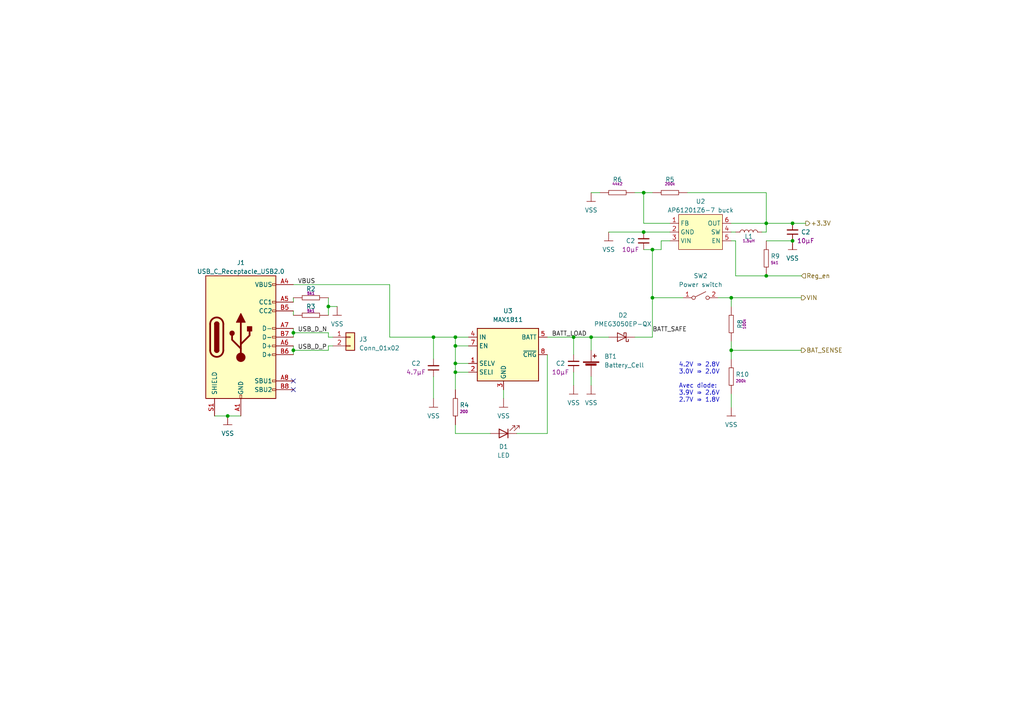
<source format=kicad_sch>
(kicad_sch (version 20230121) (generator eeschema)
  (paper "A4")
  (title_block (title "Projet Barbapapa") (date "2023-06-25") (rev "0.3") (company "Téo-CD"))
  (lib_symbols
    (symbol "00_PowerSymboles:VSS" (power) (pin_numbers hide) (pin_names hide) (in_bom no) (on_board no)
      (property "Value" "VSS" (at 0 -3.81 0))
      (symbol "VSS_0_1"
        (polyline (pts (xy -1.27 -2.54) (xy 1.27 -2.54)))
      )
      (symbol "VSS_1_1"
        (pin power_in line (at 0 0 270) (length 2.54) (name "VSS") (number "VSS"))
      )
    )
    (symbol "01_Capacitor:CAP_0603_10uF_50V" (pin_numbers hide) (pin_names hide)
      (property "Reference" "C" (at 2.54 0 0))
      (property "Capacitance" "10µF" (at 2.54 -5.08 0))
      (property "Voltage" "50V" (at 2.54 -2.54 0))
      (symbol "CAP_0603_10uF_50V_0_1"
        (polyline (pts (xy -1.524 -3.1496) (xy 1.524 -3.1496)) (stroke (width 0.3302)))
        (polyline (pts (xy -1.524 -1.9304) (xy 1.524 -1.9304)) (stroke (width 0.3048)))
      )
      (symbol "CAP_0603_10uF_50V_1_1"
        (pin passive line (at 0 0 270) (length 1.8542) (name "~") (number "1"))
        (pin passive line (at 0 -5.08 90) (length 1.8542) (name "~") (number "2"))
      )
    )
    (symbol "02_Resistor:RES_0603_10K_1%" (pin_numbers hide) (pin_names hide)
      (property "Reference" "R" (at 0 2.54 0))
      (property "Resistance" "10k" (at 0 0 0))
      (symbol "RES_0603_10K_1%_0_1"
        (rectangle (start -2.54 0.635) (end 2.54 -0.635))
      )
      (symbol "RES_0603_10K_1%_1_1"
        (pin passive line (at -5.08 0 0) (length 2.54) (name "1") (number "1"))
        (pin passive line (at 5.08 0 180) (length 2.54) (name "2") (number "2"))
      )
    )
    (symbol "02_Resistor:RES_0603_1K_1%" (pin_numbers hide) (pin_names hide)
      (property "Reference" "R" (at 0 2.54 0))
      (property "Resistance" "1k" (at 0 0 0))
      (symbol "RES_0603_1K_1%_0_1"
        (rectangle (start -2.54 0.635) (end 2.54 -0.635))
      )
      (symbol "RES_0603_1K_1%_1_1"
        (pin passive line (at -5.08 0 0) (length 2.54) (name "1") (number "1"))
        (pin passive line (at 5.08 0 180) (length 2.54) (name "2") (number "2"))
      )
    )
    (symbol "02_Resistor:RES_0603_2K1_1%" (pin_numbers hide) (pin_names hide)
      (property "Reference" "R" (at 0 2.54 0))
      (property "Resistance" "2k1" (at 0 0 0))
      (symbol "RES_0603_2K1_1%_0_1"
        (rectangle (start -2.54 0.635) (end 2.54 -0.635))
      )
      (symbol "RES_0603_2K1_1%_1_1"
        (pin passive line (at -5.08 0 0) (length 2.54) (name "1") (number "1"))
        (pin passive line (at 5.08 0 180) (length 2.54) (name "2") (number "2"))
      )
    )
    (symbol "02_Resistor:RES_0603_5K1_1%" (pin_numbers hide) (pin_names hide)
      (property "Reference" "R" (at 0 2.54 0))
      (property "Resistance" "5k1" (at 0 0 0))
      (symbol "RES_0603_5K1_1%_0_1"
        (rectangle (start -2.54 0.635) (end 2.54 -0.635))
      )
      (symbol "RES_0603_5K1_1%_1_1"
        (pin passive line (at -5.08 0 0) (length 2.54) (name "1") (number "1"))
        (pin passive line (at 5.08 0 180) (length 2.54) (name "2") (number "2"))
      )
    )
    (symbol "03_Inductor:IND_4.7uH_5A_20%" (pin_numbers hide) (pin_names hide)
      (property "Reference" "L" (at 0 2.54 0))
      (property "Inductance" "4.7uH" (at 0 -1.27 0))
      (symbol "IND_4.7uH_5A_20%_0_1"
        (arc (start -1.27 0) (mid -1.905 0.6323) (end -2.54 0))
        (arc (start 0 0) (mid -0.635 0.6323) (end -1.27 0))
        (arc (start 1.27 0) (mid 0.635 0.6323) (end 0 0))
        (arc (start 2.54 0) (mid 1.905 0.6323) (end 1.27 0))
      )
      (symbol "IND_4.7uH_5A_20%_1_1"
        (pin passive line (at -3.81 0 0) (length 1.27) (name "1") (number "1"))
        (pin passive line (at 3.81 0 180) (length 1.27) (name "2") (number "2"))
      )
    )
    (symbol "Battery_Management:MAX1811"
      (property "Reference" "U" (at -7.62 8.89 0))
      (property "Value" "MAX1811" (at 10.16 8.89 0))
      (symbol "MAX1811_0_1"
        (rectangle (start -7.62 7.62) (end 10.16 -7.62) (stroke (width 0.254)) (fill (type background)))
      )
      (symbol "MAX1811_1_1"
        (pin input line (at -10.16 -2.54 0) (length 2.54) (name "SELV") (number "1"))
        (pin input line (at -10.16 -5.08 0) (length 2.54) (name "SELI") (number "2"))
        (pin power_in line (at 0 -10.16 90) (length 2.54) (name "GND") (number "3"))
        (pin power_in line (at -10.16 5.08 0) (length 2.54) (name "IN") (number "4"))
        (pin power_out line (at 12.7 5.08 180) (length 2.54) (name "BATT") (number "5"))
        (pin passive line (at 0 -10.16 90) (length 2.54) hide (name "GND") (number "6"))
        (pin input line (at -10.16 2.54 0) (length 2.54) (name "EN") (number "7"))
        (pin open_collector line (at 12.7 0 180) (length 2.54) (name "~{CHG}") (number "8"))
      )
    )
    (symbol "Connector:USB_C_Receptacle_USB2.0" (pin_names (offset 1.016))
      (property "Reference" "J" (at -10.16 19.05 0))
      (property "Value" "USB_C_Receptacle_USB2.0" (at 19.05 19.05 0))
      (symbol "USB_C_Receptacle_USB2.0_0_0"
        (rectangle (start -0.254 -17.78) (end 0.254 -16.764))
        (rectangle (start 10.16 -14.986) (end 9.144 -15.494))
        (rectangle (start 10.16 -12.446) (end 9.144 -12.954))
        (rectangle (start 10.16 -4.826) (end 9.144 -5.334))
        (rectangle (start 10.16 -2.286) (end 9.144 -2.794))
        (rectangle (start 10.16 0.254) (end 9.144 -0.254))
        (rectangle (start 10.16 2.794) (end 9.144 2.286))
        (rectangle (start 10.16 7.874) (end 9.144 7.366))
        (rectangle (start 10.16 10.414) (end 9.144 9.906))
        (rectangle (start 10.16 15.494) (end 9.144 14.986))
      )
      (symbol "USB_C_Receptacle_USB2.0_0_1"
        (rectangle (start -10.16 17.78) (end 10.16 -17.78) (stroke (width 0.254)) (fill (type background)))
        (arc (start -8.89 -3.81) (mid -6.985 -5.7067) (end -5.08 -3.81) (stroke (width 0.508)))
        (arc (start -7.62 -3.81) (mid -6.985 -4.4423) (end -6.35 -3.81) (stroke (width 0.254)))
        (arc (start -7.62 -3.81) (mid -6.985 -4.4423) (end -6.35 -3.81) (stroke (width 0.254)) (fill (type outline)))
        (rectangle (start -7.62 -3.81) (end -6.35 3.81) (stroke (width 0.254)) (fill (type outline)))
        (arc (start -6.35 3.81) (mid -6.985 4.4423) (end -7.62 3.81) (stroke (width 0.254)))
        (arc (start -6.35 3.81) (mid -6.985 4.4423) (end -7.62 3.81) (stroke (width 0.254)) (fill (type outline)))
        (arc (start -5.08 3.81) (mid -6.985 5.7067) (end -8.89 3.81) (stroke (width 0.508)))
        (circle (center -2.54 1.143) (radius 0.635) (stroke (width 0.254)) (fill (type outline)))
        (circle (center 0 -5.842) (radius 1.27) (fill (type outline)))
        (polyline (pts (xy -8.89 -3.81) (xy -8.89 3.81)) (stroke (width 0.508)))
        (polyline (pts (xy -5.08 3.81) (xy -5.08 -3.81)) (stroke (width 0.508)))
        (polyline (pts (xy 0 -5.842) (xy 0 4.318)) (stroke (width 0.508)))
        (polyline (pts (xy 0 -3.302) (xy -2.54 -0.762) (xy -2.54 0.508)) (stroke (width 0.508)))
        (polyline (pts (xy 0 -2.032) (xy 2.54 0.508) (xy 2.54 1.778)) (stroke (width 0.508)))
        (polyline (pts (xy -1.27 4.318) (xy 0 6.858) (xy 1.27 4.318) (xy -1.27 4.318)) (stroke (width 0.254)) (fill (type outline)))
        (rectangle (start 1.905 1.778) (end 3.175 3.048) (stroke (width 0.254)) (fill (type outline)))
      )
      (symbol "USB_C_Receptacle_USB2.0_1_1"
        (pin passive line (at 0 -22.86 90) (length 5.08) (name "GND") (number "A1"))
        (pin passive line (at 0 -22.86 90) (length 5.08) hide (name "GND") (number "A12"))
        (pin passive line (at 15.24 15.24 180) (length 5.08) (name "VBUS") (number "A4"))
        (pin bidirectional line (at 15.24 10.16 180) (length 5.08) (name "CC1") (number "A5"))
        (pin bidirectional line (at 15.24 -2.54 180) (length 5.08) (name "D+") (number "A6"))
        (pin bidirectional line (at 15.24 2.54 180) (length 5.08) (name "D-") (number "A7"))
        (pin bidirectional line (at 15.24 -12.7 180) (length 5.08) (name "SBU1") (number "A8"))
        (pin passive line (at 15.24 15.24 180) (length 5.08) hide (name "VBUS") (number "A9"))
        (pin passive line (at 0 -22.86 90) (length 5.08) hide (name "GND") (number "B1"))
        (pin passive line (at 0 -22.86 90) (length 5.08) hide (name "GND") (number "B12"))
        (pin passive line (at 15.24 15.24 180) (length 5.08) hide (name "VBUS") (number "B4"))
        (pin bidirectional line (at 15.24 7.62 180) (length 5.08) (name "CC2") (number "B5"))
        (pin bidirectional line (at 15.24 -5.08 180) (length 5.08) (name "D+") (number "B6"))
        (pin bidirectional line (at 15.24 0 180) (length 5.08) (name "D-") (number "B7"))
        (pin bidirectional line (at 15.24 -15.24 180) (length 5.08) (name "SBU2") (number "B8"))
        (pin passive line (at 15.24 15.24 180) (length 5.08) hide (name "VBUS") (number "B9"))
        (pin passive line (at -7.62 -22.86 90) (length 5.08) (name "SHIELD") (number "S1"))
      )
    )
    (symbol "Connector_Generic:Conn_01x02" (pin_names (offset 1.016) hide)
      (property "Reference" "J" (at 0 2.54 0))
      (property "Value" "Conn_01x02" (at 0 -5.08 0))
      (symbol "Conn_01x02_1_1"
        (rectangle (start -1.27 -2.413) (end 0 -2.667) (stroke (width 0.1524)))
        (rectangle (start -1.27 0.127) (end 0 -0.127) (stroke (width 0.1524)))
        (rectangle (start -1.27 1.27) (end 1.27 -3.81) (stroke (width 0.254)) (fill (type background)))
        (pin passive line (at -5.08 0 0) (length 3.81) (name "Pin_1") (number "1"))
        (pin passive line (at -5.08 -2.54 0) (length 3.81) (name "Pin_2") (number "2"))
      )
    )
    (symbol "Device:Battery_Cell" (pin_numbers hide) (pin_names (offset 0) hide)
      (property "Reference" "BT" (at 2.54 2.54 0))
      (property "Value" "Battery_Cell" (at 2.54 0 0))
      (symbol "Battery_Cell_0_1"
        (rectangle (start -2.286 1.778) (end 2.286 1.524) (fill (type outline)))
        (rectangle (start -1.5748 1.1938) (end 1.4732 0.6858) (fill (type outline)))
        (polyline (pts (xy 0 0.762) (xy 0 0)))
        (polyline (pts (xy 0 1.778) (xy 0 2.54)))
        (polyline (pts (xy 0.508 3.429) (xy 1.524 3.429)) (stroke (width 0.254)))
        (polyline (pts (xy 1.016 3.937) (xy 1.016 2.921)) (stroke (width 0.254)))
      )
      (symbol "Battery_Cell_1_1"
        (pin passive line (at 0 5.08 270) (length 2.54) (name "+") (number "1"))
        (pin passive line (at 0 -2.54 90) (length 2.54) (name "-") (number "2"))
      )
    )
    (symbol "Device:LED" (pin_numbers hide) (pin_names (offset 1.016) hide)
      (property "Reference" "D" (at 0 2.54 0))
      (property "Value" "LED" (at 0 -2.54 0))
      (symbol "LED_0_1"
        (polyline (pts (xy -1.27 -1.27) (xy -1.27 1.27)) (stroke (width 0.254)))
        (polyline (pts (xy -1.27 0) (xy 1.27 0)))
        (polyline (pts (xy 1.27 -1.27) (xy 1.27 1.27) (xy -1.27 0) (xy 1.27 -1.27)) (stroke (width 0.254)))
        (polyline (pts (xy -3.048 -0.762) (xy -4.572 -2.286) (xy -3.81 -2.286) (xy -4.572 -2.286) (xy -4.572 -1.524)))
        (polyline (pts (xy -1.778 -0.762) (xy -3.302 -2.286) (xy -2.54 -2.286) (xy -3.302 -2.286) (xy -3.302 -1.524)))
      )
      (symbol "LED_1_1"
        (pin passive line (at -3.81 0 0) (length 2.54) (name "K") (number "1"))
        (pin passive line (at 3.81 0 180) (length 2.54) (name "A") (number "2"))
      )
    )
    (symbol "Diode:PMEG3020ER" (pin_numbers hide) (pin_names hide)
      (property "Reference" "D" (at 0 2.54 0))
      (property "Value" "PMEG3020ER" (at 0 -2.54 0))
      (symbol "PMEG3020ER_0_1"
        (polyline (pts (xy 1.27 0) (xy -1.27 0)))
        (polyline (pts (xy 1.27 1.27) (xy 1.27 -1.27) (xy -1.27 0) (xy 1.27 1.27)) (stroke (width 0.2032)))
        (polyline (pts (xy -1.905 0.635) (xy -1.905 1.27) (xy -1.27 1.27) (xy -1.27 -1.27) (xy -0.635 -1.27) (xy -0.635 -0.635)) (stroke (width 0.2032)))
      )
      (symbol "PMEG3020ER_1_1"
        (pin passive line (at -3.81 0 0) (length 2.54) (name "K") (number "1"))
        (pin passive line (at 3.81 0 180) (length 2.54) (name "A") (number "2"))
      )
    )
    (symbol "Stuff:AP61201Z6-7"
      (property "Reference" "U" (at -1.27 6.35 0))
      (property "Value" "AP61201Z6-7 Buck" (at 0 -6.35 0))
      (symbol "AP61201Z6-7_1_1"
        (rectangle (start -6.35 5.08) (end 6.35 -5.08) (fill (type background)))
        (pin input line (at -8.89 2.54 0) (length 2.54) (name "FB") (number "1"))
        (pin power_in line (at -8.89 0 0) (length 2.54) (name "GND") (number "2"))
        (pin power_in line (at -8.89 -2.54 0) (length 2.54) (name "VIN") (number "3"))
        (pin power_out line (at 8.89 0 180) (length 2.54) (name "SW") (number "4"))
        (pin input line (at 8.89 -2.54 180) (length 2.54) (name "EN") (number "5"))
        (pin power_out line (at 8.89 2.54 180) (length 2.54) (name "OUT") (number "6"))
      )
    )
    (symbol "Switch:SW_SPST" (pin_names (offset 0) hide)
      (property "Reference" "SW" (at 0 3.175 0))
      (property "Value" "SW_SPST" (at 0 -2.54 0))
      (symbol "SW_SPST_0_0"
        (circle (center -2.032 0) (radius 0.508))
        (polyline (pts (xy -1.524 0.254) (xy 1.524 1.778)))
        (circle (center 2.032 0) (radius 0.508))
      )
      (symbol "SW_SPST_1_1"
        (pin passive line (at -5.08 0 0) (length 2.54) (name "A") (number "1"))
        (pin passive line (at 5.08 0 180) (length 2.54) (name "B") (number "2"))
      )
    )
  )
  (junction (at 189.23 72.39))
  (junction (at 125.73 97.79))
  (junction (at 212.09 101.6))
  (junction (at 212.09 86.36))
  (junction (at 222.25 80.01))
  (junction (at 166.37 97.79))
  (junction (at 189.23 86.36))
  (junction (at 85.09 101.6))
  (junction (at 229.87 69.85))
  (junction (at 132.08 105.41))
  (junction (at 85.09 96.52))
  (junction (at 186.69 55.88))
  (junction (at 229.87 64.77))
  (junction (at 132.08 100.33))
  (junction (at 186.69 67.31))
  (junction (at 66.04 120.65))
  (junction (at 132.08 97.79))
  (junction (at 171.45 97.79))
  (junction (at 132.08 107.95))
  (junction (at 222.25 64.77))
  (junction (at 95.25 88.9))
  (no_connect (at 85.09 113.03))
  (no_connect (at 85.09 110.49))
  (wire (pts (xy 96.52 97.79) (xy 95.25 97.79)))
  (wire (pts (xy 212.09 101.6) (xy 232.41 101.6)))
  (wire (pts (xy 113.03 97.79) (xy 125.73 97.79)))
  (wire (pts (xy 171.45 97.79) (xy 176.53 97.79)))
  (wire (pts (xy 212.09 88.9) (xy 212.09 86.36)))
  (wire (pts (xy 213.36 80.01) (xy 222.25 80.01)))
  (wire (pts (xy 132.08 123.19) (xy 132.08 125.73)))
  (wire (pts (xy 186.69 67.31) (xy 194.31 67.31)))
  (wire (pts (xy 132.08 107.95) (xy 132.08 113.03)))
  (wire (pts (xy 158.75 125.73) (xy 149.86 125.73)))
  (wire (pts (xy 194.31 64.77) (xy 186.69 64.77)))
  (wire (pts (xy 158.75 102.87) (xy 158.75 125.73)))
  (wire (pts (xy 95.25 88.9) (xy 97.79 88.9)))
  (wire (pts (xy 222.25 80.01) (xy 232.41 80.01)))
  (wire (pts (xy 146.05 113.03) (xy 146.05 115.57)))
  (wire (pts (xy 212.09 104.14) (xy 212.09 101.6)))
  (wire (pts (xy 222.25 69.85) (xy 229.87 69.85)))
  (wire (pts (xy 85.09 101.6) (xy 85.09 102.87)))
  (wire (pts (xy 171.45 55.88) (xy 173.99 55.88)))
  (wire (pts (xy 132.08 100.33) (xy 132.08 105.41)))
  (wire (pts (xy 212.09 99.06) (xy 212.09 101.6)))
  (wire (pts (xy 158.75 97.79) (xy 166.37 97.79)))
  (wire (pts (xy 208.28 86.36) (xy 212.09 86.36)))
  (wire (pts (xy 186.69 55.88) (xy 189.23 55.88)))
  (wire (pts (xy 85.09 86.36) (xy 85.09 87.63)))
  (wire (pts (xy 220.98 67.31) (xy 222.25 67.31)))
  (wire (pts (xy 85.09 91.44) (xy 85.09 90.17)))
  (wire (pts (xy 85.09 95.25) (xy 85.09 96.52)))
  (wire (pts (xy 113.03 82.55) (xy 113.03 97.79)))
  (wire (pts (xy 191.77 69.85) (xy 194.31 69.85)))
  (wire (pts (xy 171.45 97.79) (xy 171.45 101.6)))
  (wire (pts (xy 95.25 88.9) (xy 95.25 91.44)))
  (wire (pts (xy 189.23 72.39) (xy 189.23 86.36)))
  (wire (pts (xy 189.23 72.39) (xy 191.77 72.39)))
  (wire (pts (xy 132.08 100.33) (xy 135.89 100.33)))
  (wire (pts (xy 176.53 67.31) (xy 186.69 67.31)))
  (wire (pts (xy 166.37 107.95) (xy 166.37 111.76)))
  (wire (pts (xy 222.25 67.31) (xy 222.25 64.77)))
  (wire (pts (xy 166.37 102.87) (xy 166.37 97.79)))
  (wire (pts (xy 213.36 69.85) (xy 213.36 80.01)))
  (wire (pts (xy 184.15 97.79) (xy 189.23 97.79)))
  (wire (pts (xy 189.23 86.36) (xy 198.12 86.36)))
  (wire (pts (xy 95.25 100.33) (xy 96.52 100.33)))
  (wire (pts (xy 222.25 55.88) (xy 222.25 64.77)))
  (wire (pts (xy 85.09 96.52) (xy 95.25 96.52)))
  (wire (pts (xy 222.25 64.77) (xy 229.87 64.77)))
  (wire (pts (xy 132.08 107.95) (xy 135.89 107.95)))
  (wire (pts (xy 132.08 97.79) (xy 132.08 100.33)))
  (wire (pts (xy 186.69 64.77) (xy 186.69 55.88)))
  (wire (pts (xy 132.08 97.79) (xy 135.89 97.79)))
  (wire (pts (xy 125.73 104.14) (xy 125.73 97.79)))
  (wire (pts (xy 125.73 109.22) (xy 125.73 115.57)))
  (wire (pts (xy 212.09 86.36) (xy 232.41 86.36)))
  (wire (pts (xy 213.36 69.85) (xy 212.09 69.85)))
  (wire (pts (xy 229.87 64.77) (xy 233.68 64.77)))
  (wire (pts (xy 166.37 97.79) (xy 171.45 97.79)))
  (wire (pts (xy 132.08 125.73) (xy 142.24 125.73)))
  (wire (pts (xy 95.25 86.36) (xy 95.25 88.9)))
  (wire (pts (xy 191.77 72.39) (xy 191.77 69.85)))
  (wire (pts (xy 95.25 97.79) (xy 95.25 96.52)))
  (wire (pts (xy 85.09 100.33) (xy 85.09 101.6)))
  (wire (pts (xy 184.15 55.88) (xy 186.69 55.88)))
  (wire (pts (xy 132.08 105.41) (xy 132.08 107.95)))
  (wire (pts (xy 212.09 67.31) (xy 213.36 67.31)))
  (wire (pts (xy 95.25 101.6) (xy 95.25 100.33)))
  (wire (pts (xy 186.69 72.39) (xy 189.23 72.39)))
  (wire (pts (xy 189.23 86.36) (xy 189.23 97.79)))
  (wire (pts (xy 171.45 109.22) (xy 171.45 111.76)))
  (wire (pts (xy 85.09 101.6) (xy 95.25 101.6)))
  (wire (pts (xy 212.09 64.77) (xy 222.25 64.77)))
  (wire (pts (xy 125.73 97.79) (xy 132.08 97.79)))
  (wire (pts (xy 132.08 105.41) (xy 135.89 105.41)))
  (wire (pts (xy 62.23 120.65) (xy 66.04 120.65)))
  (wire (pts (xy 66.04 120.65) (xy 69.85 120.65)))
  (wire (pts (xy 85.09 96.52) (xy 85.09 97.79)))
  (wire (pts (xy 212.09 114.3) (xy 212.09 118.11)))
  (wire (pts (xy 199.39 55.88) (xy 222.25 55.88)))
  (wire (pts (xy 85.09 82.55) (xy 113.03 82.55)))
  (text "4.2V ⇒ 2.8V\n3.0V ⇒ 2.0V\n\nAvec diode:\n3.9V ⇒ 2.6V\n2.7V ⇒ 1.8V" (at 196.85 116.84 0) (effects (font (size 1.27 1.27)) (justify left bottom)))
  (label "USB_D_P" (at 86.36 101.6 0))
  (label "USB_D_N" (at 86.36 96.52 0))
  (label "BATT_LOAD" (at 160.02 97.79 0))
  (label "BATT_SAFE" (at 189.23 96.52 0))
  (label "VBUS" (at 86.36 82.55 0))
  (hierarchical_label "Reg_en" (shape input) (at 232.41 80.01 0))
  (hierarchical_label "BAT_SENSE" (shape output) (at 232.41 101.6 0))
  (hierarchical_label "VIN" (shape output) (at 232.41 86.36 0))
  (hierarchical_label "+3.3V" (shape output) (at 233.68 64.77 0))
  (symbol (lib_id "00_PowerSymboles:VSS") (at 171.45 55.88 0) (unit 1) (in_bom no) (on_board no)
    (property "Reference" "#VSS09" (effects hide))
    (property "Value" "VSS" (at 171.45 60.96 0))
  )
  (symbol (lib_id "Battery_Management:MAX1811") (at 146.05 102.87 0) (unit 1)
    (property "Reference" "U3" (at 147.32 90.17 0))
    (property "Value" "MAX1811" (at 147.32 92.71 0))
    (property "Footprint" "Package_SO:SOIC-8_3.9x4.9mm_P1.27mm" (effects hide))
    (property "Datasheet" "https://datasheets.maximintegrated.com/en/ds/MAX1811.pdf" (effects hide))
  )
  (symbol (lib_id "Switch:SW_SPST") (at 203.2 86.36 0) (unit 1) (in_bom no)
    (property "Reference" "SW2" (at 203.2 80.01 0))
    (property "Value" "Power switch" (at 203.2 82.55 0))
    (property "Footprint" "Connector_PinHeader_2.54mm:PinHeader_1x02_P2.54mm_Vertical" (effects hide))
  )
  (symbol (lib_id "02_Resistor:RES_0603_5K1_1%") (at 90.17 91.44 180) (unit 1)
    (property "Reference" "R3" (at 90.17 88.9 0))
    (property "Value" "RES_0603_5K1_1%" (effects hide))
    (property "Footprint" "01_Passives:RES_0603" (effects hide))
    (property "Resistance" "5k1" (at 90.17 90.17 0) (effects (font (size 0.8 0.8))))
    (property "Power" "100mW" (effects hide))
  )
  (symbol (lib_id "01_Capacitor:CAP_0603_10uF_50V") (at 125.73 109.22 180) (unit 1)
    (property "Reference" "C2" (at 120.65 105.41 0))
    (property "Value" "CAP_0603_10uF_50V" (effects hide))
    (property "Footprint" "01_Passives:CAP_0603" (effects hide))
    (property "Capacitance" "4.7µF" (at 120.65 107.95 0))
    (property "Voltage" "50V" (effects hide))
    (instances (project "Projet_Barbapapa" (path "" (reference "C2") (unit 1)) (path "" (reference "C6") (unit 1))))
  )
  (symbol (lib_id "Connector_Generic:Conn_01x02") (at 101.6 97.79 0) (unit 1) (in_bom no)
    (property "Reference" "J3" (at 104.14 98.425 0) (effects (justify left)))
    (property "Value" "Conn_01x02" (at 104.14 100.965 0) (effects (justify left)))
    (property "Footprint" "Connector_PinHeader_2.54mm:PinHeader_1x02_P2.54mm_Horizontal" (effects hide))
  )
  (symbol (lib_id "01_Capacitor:CAP_0603_10uF_50V") (at 166.37 107.95 180) (unit 1)
    (property "Reference" "C2" (at 162.56 105.41 0))
    (property "Value" "CAP_0603_10uF_50V" (effects hide))
    (property "Footprint" "01_Passives:CAP_0603" (effects hide))
    (property "Capacitance" "10µF" (at 162.56 107.95 0))
    (property "Voltage" "50V" (effects hide))
    (instances (project "Projet_Barbapapa" (path "" (reference "C2") (unit 1)) (path "" (reference "C5") (unit 1))))
  )
  (symbol (lib_id "02_Resistor:RES_0603_2K1_1%") (at 222.25 74.93 90) (unit 1)
    (property "Reference" "R9" (at 223.52 74.295 90) (effects (justify right)))
    (property "Value" "RES_0603_5K1_1%" (effects hide))
    (property "Footprint" "01_Passives:RES_0603" (effects hide))
    (property "Resistance" "5k1" (at 223.52 76.2 90) (effects (font (size 0.8 0.8)) (justify right)))
    (property "Power" "100mW" (effects hide))
    (instances (project "Projet_Barbapapa" (path "" (reference "R9") (unit 1)) (path "" (reference "R12") (unit 1))))
  )
  (symbol (lib_id "00_PowerSymboles:VSS") (at 229.87 69.85 0) (unit 1) (in_bom no) (on_board no)
    (property "Reference" "#VSS04" (effects hide))
    (property "Value" "VSS" (at 229.87 74.93 0))
  )
  (symbol (lib_id "02_Resistor:RES_0603_2K1_1%") (at 132.08 118.11 90) (unit 1)
    (property "Reference" "R4" (at 133.35 117.475 90) (effects (justify right)))
    (property "Value" "RES_0603_200_1%" (effects hide))
    (property "Footprint" "01_Passives:RES_0603" (effects hide))
    (property "Resistance" "200" (at 133.35 119.38 90) (effects (font (size 0.8 0.8)) (justify right)))
    (property "Power" "100mW" (effects hide))
  )
  (symbol (lib_id "Connector:USB_C_Receptacle_USB2.0") (at 69.85 97.79 0) (unit 1)
    (property "Reference" "J1" (at 69.85 76.2 0))
    (property "Value" "USB_C_Receptacle_USB2.0" (at 69.85 78.74 0))
    (property "Footprint" "Connector_USB:USB_C_Receptacle_GCT_USB4105-xx-A_16P_TopMnt_Horizontal" (effects hide))
    (property "Datasheet" "https://www.usb.org/sites/default/files/documents/usb_type-c.zip" (effects hide))
  )
  (symbol (lib_id "00_PowerSymboles:VSS") (at 146.05 115.57 0) (unit 1) (in_bom no) (on_board no)
    (property "Reference" "#VSS05" (effects hide))
    (property "Value" "VSS" (at 146.05 120.65 0))
  )
  (symbol (lib_id "00_PowerSymboles:VSS") (at 212.09 118.11 0) (unit 1) (in_bom no) (on_board no)
    (property "Reference" "#VSS011" (effects hide))
    (property "Value" "VSS" (at 212.09 123.19 0))
  )
  (symbol (lib_id "Diode:PMEG3020ER") (at 180.34 97.79 180) (unit 1)
    (property "Reference" "D2" (at 180.6575 91.44 0))
    (property "Value" "PMEG3050EP-QX" (at 180.6575 93.98 0))
    (property "Footprint" "Diode_SMD:D_SOD-128" (effects hide))
    (property "Datasheet" "https://www.digikey.co.uk/en/products/detail/nexperia-usa-inc/PMEG3050EP-QX/16629679" (effects hide))
  )
  (symbol (lib_id "02_Resistor:RES_0603_1K_1%") (at 194.31 55.88 0) (unit 1)
    (property "Reference" "R5" (at 194.31 52.07 0))
    (property "Value" "RES_0603_200k_1%" (effects hide))
    (property "Footprint" "01_Passives:RES_0603" (effects hide))
    (property "Resistance" "200k" (at 194.31 53.34 0) (effects (font (size 0.8 0.8))))
    (property "Power" "100mW" (effects hide))
  )
  (symbol (lib_id "Device:Battery_Cell") (at 171.45 106.68 0) (unit 1)
    (property "Reference" "BT1" (at 175.26 103.378 0) (effects (justify left)))
    (property "Value" "Battery_Cell" (at 175.26 105.918 0) (effects (justify left)))
    (property "Footprint" "Battery:BatteryHolder_Keystone_1042_1x18650" (effects hide))
    (property "Datasheet" "https://docs.rs-online.com/9c01/A700000008874176.pdf" (effects hide))
  )
  (symbol (lib_id "02_Resistor:RES_0603_5K1_1%") (at 90.17 86.36 0) (unit 1)
    (property "Reference" "R2" (at 90.17 83.82 0))
    (property "Value" "RES_0603_5K1_1%" (effects hide))
    (property "Footprint" "01_Passives:RES_0603" (effects hide))
    (property "Resistance" "5k1" (at 90.17 85.09 0) (effects (font (size 0.8 0.8))))
    (property "Power" "100mW" (effects hide))
  )
  (symbol (lib_id "00_PowerSymboles:VSS") (at 97.79 88.9 0) (unit 1) (in_bom no) (on_board no)
    (property "Reference" "#VSS02" (effects hide))
    (property "Value" "VSS" (at 97.79 93.98 0))
  )
  (symbol (lib_id "01_Capacitor:CAP_0603_10uF_50V") (at 229.87 69.85 180) (unit 1)
    (property "Reference" "C2" (at 233.68 67.31 0))
    (property "Value" "CAP_0603_10uF_50V" (effects hide))
    (property "Footprint" "01_Passives:CAP_0603" (effects hide))
    (property "Capacitance" "10µF" (at 233.68 69.85 0))
    (property "Voltage" "50V" (effects hide))
    (instances (project "Projet_Barbapapa" (path "" (reference "C2") (unit 1)) (path "" (reference "C4") (unit 1))))
  )
  (symbol (lib_id "Stuff:AP61201Z6-7") (at 203.2 67.31 0) (unit 1)
    (property "Reference" "U2" (at 203.2 58.42 0))
    (property "Value" "AP61201Z6-7 buck" (at 203.2 60.96 0))
    (property "Footprint" "Package_TO_SOT_SMD:SOT-563" (effects hide))
    (property "Datasheet" "https://www.diodes.com/assets/Datasheets/AP61200_AP61201_AP61202_AP61203.pdf" (effects hide))
  )
  (symbol (lib_id "00_PowerSymboles:VSS") (at 66.04 120.65 0) (unit 1) (in_bom no) (on_board no)
    (property "Reference" "#VSS0102" (effects hide))
    (property "Value" "VSS" (at 66.04 125.73 0))
  )
  (symbol (lib_id "03_Inductor:IND_4.7uH_5A_20%") (at 217.17 67.31 0) (unit 1)
    (property "Reference" "L1" (at 217.17 68.58 0))
    (property "Value" "IND_1.5uH_5A_20%" (effects hide))
    (property "Footprint" "Inductor_SMD:L_1210_3225Metric_Pad1.42x2.65mm_HandSolder" (effects hide))
    (property "Datasheet" "https://www.digikey.co.uk/en/products/detail/bourns-inc/SRP3212-1R5M/16394428" (effects hide))
    (property "Inductance" "1.5uH" (at 217.17 69.85 0) (effects (font (size 0.8 0.8))))
    (property "Current" "4.4A" (effects hide))
    (property "Manufacturer" "YJYCOIN" (effects hide))
    (property "ManufPartID" "YSPI1365-470M" (effects hide))
    (property "Price_Unit" "0.49" (effects hide))
    (property "Price_1k" "0.30" (effects hide))
  )
  (symbol (lib_id "02_Resistor:RES_0603_1K_1%") (at 212.09 109.22 90) (unit 1)
    (property "Reference" "R10" (at 213.36 108.585 90) (effects (justify right)))
    (property "Value" "RES_0603_200k_1%" (effects hide))
    (property "Footprint" "01_Passives:RES_0603" (effects hide))
    (property "Resistance" "200k" (at 213.36 110.49 90) (effects (font (size 0.8 0.8)) (justify right)))
    (property "Power" "100mW" (effects hide))
  )
  (symbol (lib_id "02_Resistor:RES_0603_1K_1%") (at 179.07 55.88 0) (unit 1)
    (property "Reference" "R6" (at 179.07 52.07 0))
    (property "Value" "RES_0603_44K2_1%" (effects hide))
    (property "Footprint" "01_Passives:RES_0603" (effects hide))
    (property "Resistance" "44k2" (at 179.07 53.34 0) (effects (font (size 0.8 0.8))))
    (property "Power" "100mW" (effects hide))
  )
  (symbol (lib_id "00_PowerSymboles:VSS") (at 125.73 115.57 0) (unit 1) (in_bom no) (on_board no)
    (property "Reference" "#VSS08" (effects hide))
    (property "Value" "VSS" (at 125.73 120.65 0))
  )
  (symbol (lib_id "Device:LED") (at 146.05 125.73 180) (unit 1)
    (property "Reference" "D1" (at 146.05 129.54 0))
    (property "Value" "LED" (at 146.05 132.08 0))
    (property "Footprint" "LED_SMD:LED_0603_1608Metric_Pad1.05x0.95mm_HandSolder" (effects hide))
  )
  (symbol (lib_id "02_Resistor:RES_0603_10K_1%") (at 212.09 93.98 90) (unit 1)
    (property "Reference" "R8" (at 214.63 93.98 0))
    (property "Value" "RES_0603_100K_1%" (effects hide))
    (property "Footprint" "01_Passives:RES_0603" (effects hide))
    (property "Resistance" "100k" (at 215.9 93.98 0) (effects (font (size 0.8 0.8))))
    (property "Power" "100mW" (effects hide))
    (instances (project "Projet_Barbapapa" (path "" (reference "R8") (unit 1)) (path "" (reference "R11") (unit 1))))
  )
  (symbol (lib_id "00_PowerSymboles:VSS") (at 166.37 111.76 0) (unit 1) (in_bom no) (on_board no)
    (property "Reference" "#VSS06" (effects hide))
    (property "Value" "VSS" (at 166.37 116.84 0))
  )
  (symbol (lib_id "01_Capacitor:CAP_0603_10uF_50V") (at 186.69 72.39 180) (unit 1)
    (property "Reference" "C2" (at 182.88 69.85 0))
    (property "Value" "CAP_0603_10uF_50V" (effects hide))
    (property "Footprint" "01_Passives:CAP_0603" (effects hide))
    (property "Capacitance" "10µF" (at 182.88 72.39 0))
    (property "Voltage" "50V" (effects hide))
    (instances (project "Projet_Barbapapa" (path "" (reference "C2") (unit 1)) (path "" (reference "C3") (unit 1))))
  )
  (symbol (lib_id "00_PowerSymboles:VSS") (at 171.45 111.76 0) (unit 1) (in_bom no) (on_board no)
    (property "Reference" "#VSS07" (effects hide))
    (property "Value" "VSS" (at 171.45 116.84 0))
  )
  (symbol (lib_id "00_PowerSymboles:VSS") (at 176.53 67.31 0) (unit 1) (in_bom no) (on_board no)
    (property "Reference" "#VSS03" (effects hide))
    (property "Value" "VSS" (at 176.53 72.39 0))
  )
)
</source>
